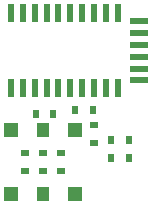
<source format=gtp>
G75*
G70*
%OFA0B0*%
%FSLAX24Y24*%
%IPPOS*%
%LPD*%
%AMOC8*
5,1,8,0,0,1.08239X$1,22.5*
%
%ADD10R,0.0197X0.0591*%
%ADD11R,0.0591X0.0197*%
%ADD12R,0.0197X0.0315*%
%ADD13R,0.0500X0.0500*%
%ADD14R,0.0394X0.0500*%
%ADD15R,0.0315X0.0197*%
D10*
X004170Y005175D03*
X004564Y005175D03*
X004958Y005175D03*
X005351Y005175D03*
X005745Y005175D03*
X006139Y005175D03*
X006532Y005175D03*
X006926Y005175D03*
X007320Y005175D03*
X007714Y005175D03*
X007714Y007675D03*
X007320Y007675D03*
X006926Y007675D03*
X006532Y007675D03*
X006139Y007675D03*
X005745Y007675D03*
X005351Y007675D03*
X004958Y007675D03*
X004564Y007675D03*
X004170Y007675D03*
D11*
X008422Y007409D03*
X008422Y007015D03*
X008422Y006622D03*
X008422Y006228D03*
X008422Y005834D03*
X008422Y005440D03*
D12*
X006903Y004442D03*
X006312Y004442D03*
X005572Y004319D03*
X004981Y004319D03*
X007493Y003458D03*
X007493Y002867D03*
X008084Y002867D03*
X008084Y003458D03*
D13*
X004166Y001666D03*
X004166Y003792D03*
X006292Y003792D03*
X006292Y001666D03*
D14*
X005229Y001666D03*
X005229Y003792D03*
D15*
X005229Y003025D03*
X004639Y003025D03*
X004639Y002434D03*
X005229Y002434D03*
X005820Y002434D03*
X005820Y003025D03*
X006921Y003353D03*
X006921Y003943D03*
M02*

</source>
